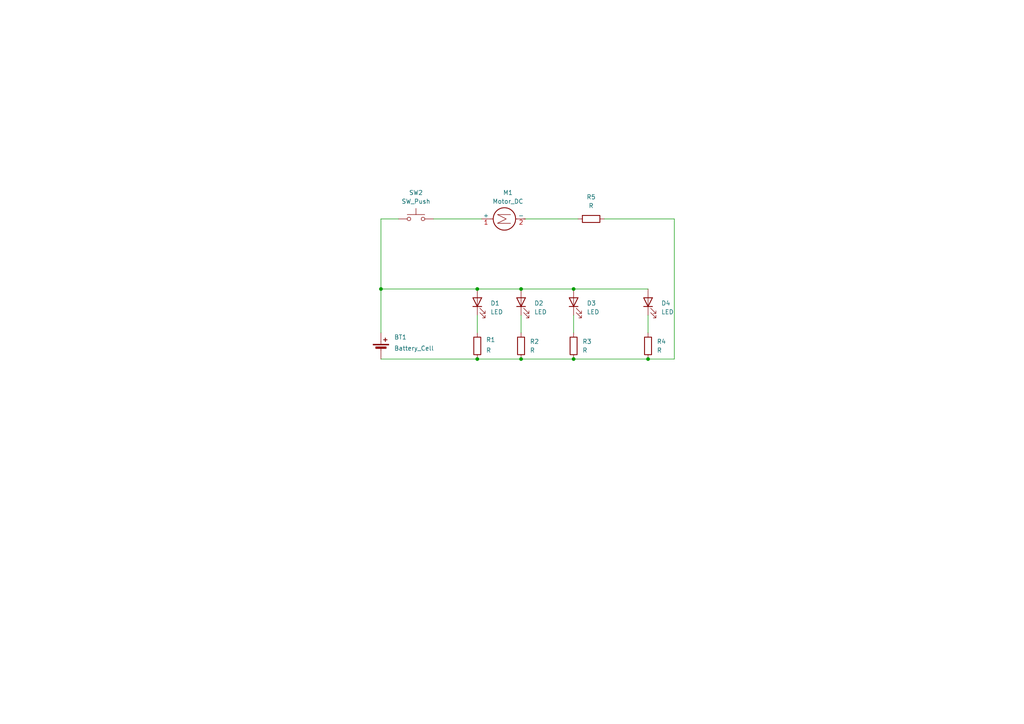
<source format=kicad_sch>
(kicad_sch
	(version 20250114)
	(generator "eeschema")
	(generator_version "9.0")
	(uuid "ab2263c6-7cbe-422c-b91d-a029e49d5b34")
	(paper "A4")
	(lib_symbols
		(symbol "Device:Battery_Cell"
			(pin_numbers
				(hide yes)
			)
			(pin_names
				(offset 0)
				(hide yes)
			)
			(exclude_from_sim no)
			(in_bom yes)
			(on_board yes)
			(property "Reference" "BT"
				(at 2.54 2.54 0)
				(effects
					(font
						(size 1.27 1.27)
					)
					(justify left)
				)
			)
			(property "Value" "Battery_Cell"
				(at 2.54 0 0)
				(effects
					(font
						(size 1.27 1.27)
					)
					(justify left)
				)
			)
			(property "Footprint" ""
				(at 0 1.524 90)
				(effects
					(font
						(size 1.27 1.27)
					)
					(hide yes)
				)
			)
			(property "Datasheet" "~"
				(at 0 1.524 90)
				(effects
					(font
						(size 1.27 1.27)
					)
					(hide yes)
				)
			)
			(property "Description" "Single-cell battery"
				(at 0 0 0)
				(effects
					(font
						(size 1.27 1.27)
					)
					(hide yes)
				)
			)
			(property "ki_keywords" "battery cell"
				(at 0 0 0)
				(effects
					(font
						(size 1.27 1.27)
					)
					(hide yes)
				)
			)
			(symbol "Battery_Cell_0_1"
				(rectangle
					(start -2.286 1.778)
					(end 2.286 1.524)
					(stroke
						(width 0)
						(type default)
					)
					(fill
						(type outline)
					)
				)
				(rectangle
					(start -1.524 1.016)
					(end 1.524 0.508)
					(stroke
						(width 0)
						(type default)
					)
					(fill
						(type outline)
					)
				)
				(polyline
					(pts
						(xy 0 1.778) (xy 0 2.54)
					)
					(stroke
						(width 0)
						(type default)
					)
					(fill
						(type none)
					)
				)
				(polyline
					(pts
						(xy 0 0.762) (xy 0 0)
					)
					(stroke
						(width 0)
						(type default)
					)
					(fill
						(type none)
					)
				)
				(polyline
					(pts
						(xy 0.762 3.048) (xy 1.778 3.048)
					)
					(stroke
						(width 0.254)
						(type default)
					)
					(fill
						(type none)
					)
				)
				(polyline
					(pts
						(xy 1.27 3.556) (xy 1.27 2.54)
					)
					(stroke
						(width 0.254)
						(type default)
					)
					(fill
						(type none)
					)
				)
			)
			(symbol "Battery_Cell_1_1"
				(pin passive line
					(at 0 5.08 270)
					(length 2.54)
					(name "+"
						(effects
							(font
								(size 1.27 1.27)
							)
						)
					)
					(number "1"
						(effects
							(font
								(size 1.27 1.27)
							)
						)
					)
				)
				(pin passive line
					(at 0 -2.54 90)
					(length 2.54)
					(name "-"
						(effects
							(font
								(size 1.27 1.27)
							)
						)
					)
					(number "2"
						(effects
							(font
								(size 1.27 1.27)
							)
						)
					)
				)
			)
			(embedded_fonts no)
		)
		(symbol "Device:LED"
			(pin_numbers
				(hide yes)
			)
			(pin_names
				(offset 1.016)
				(hide yes)
			)
			(exclude_from_sim no)
			(in_bom yes)
			(on_board yes)
			(property "Reference" "D"
				(at 0 2.54 0)
				(effects
					(font
						(size 1.27 1.27)
					)
				)
			)
			(property "Value" "LED"
				(at 0 -2.54 0)
				(effects
					(font
						(size 1.27 1.27)
					)
				)
			)
			(property "Footprint" ""
				(at 0 0 0)
				(effects
					(font
						(size 1.27 1.27)
					)
					(hide yes)
				)
			)
			(property "Datasheet" "~"
				(at 0 0 0)
				(effects
					(font
						(size 1.27 1.27)
					)
					(hide yes)
				)
			)
			(property "Description" "Light emitting diode"
				(at 0 0 0)
				(effects
					(font
						(size 1.27 1.27)
					)
					(hide yes)
				)
			)
			(property "Sim.Pins" "1=K 2=A"
				(at 0 0 0)
				(effects
					(font
						(size 1.27 1.27)
					)
					(hide yes)
				)
			)
			(property "ki_keywords" "LED diode"
				(at 0 0 0)
				(effects
					(font
						(size 1.27 1.27)
					)
					(hide yes)
				)
			)
			(property "ki_fp_filters" "LED* LED_SMD:* LED_THT:*"
				(at 0 0 0)
				(effects
					(font
						(size 1.27 1.27)
					)
					(hide yes)
				)
			)
			(symbol "LED_0_1"
				(polyline
					(pts
						(xy -3.048 -0.762) (xy -4.572 -2.286) (xy -3.81 -2.286) (xy -4.572 -2.286) (xy -4.572 -1.524)
					)
					(stroke
						(width 0)
						(type default)
					)
					(fill
						(type none)
					)
				)
				(polyline
					(pts
						(xy -1.778 -0.762) (xy -3.302 -2.286) (xy -2.54 -2.286) (xy -3.302 -2.286) (xy -3.302 -1.524)
					)
					(stroke
						(width 0)
						(type default)
					)
					(fill
						(type none)
					)
				)
				(polyline
					(pts
						(xy -1.27 0) (xy 1.27 0)
					)
					(stroke
						(width 0)
						(type default)
					)
					(fill
						(type none)
					)
				)
				(polyline
					(pts
						(xy -1.27 -1.27) (xy -1.27 1.27)
					)
					(stroke
						(width 0.254)
						(type default)
					)
					(fill
						(type none)
					)
				)
				(polyline
					(pts
						(xy 1.27 -1.27) (xy 1.27 1.27) (xy -1.27 0) (xy 1.27 -1.27)
					)
					(stroke
						(width 0.254)
						(type default)
					)
					(fill
						(type none)
					)
				)
			)
			(symbol "LED_1_1"
				(pin passive line
					(at -3.81 0 0)
					(length 2.54)
					(name "K"
						(effects
							(font
								(size 1.27 1.27)
							)
						)
					)
					(number "1"
						(effects
							(font
								(size 1.27 1.27)
							)
						)
					)
				)
				(pin passive line
					(at 3.81 0 180)
					(length 2.54)
					(name "A"
						(effects
							(font
								(size 1.27 1.27)
							)
						)
					)
					(number "2"
						(effects
							(font
								(size 1.27 1.27)
							)
						)
					)
				)
			)
			(embedded_fonts no)
		)
		(symbol "Device:R"
			(pin_numbers
				(hide yes)
			)
			(pin_names
				(offset 0)
			)
			(exclude_from_sim no)
			(in_bom yes)
			(on_board yes)
			(property "Reference" "R"
				(at 2.032 0 90)
				(effects
					(font
						(size 1.27 1.27)
					)
				)
			)
			(property "Value" "R"
				(at 0 0 90)
				(effects
					(font
						(size 1.27 1.27)
					)
				)
			)
			(property "Footprint" ""
				(at -1.778 0 90)
				(effects
					(font
						(size 1.27 1.27)
					)
					(hide yes)
				)
			)
			(property "Datasheet" "~"
				(at 0 0 0)
				(effects
					(font
						(size 1.27 1.27)
					)
					(hide yes)
				)
			)
			(property "Description" "Resistor"
				(at 0 0 0)
				(effects
					(font
						(size 1.27 1.27)
					)
					(hide yes)
				)
			)
			(property "ki_keywords" "R res resistor"
				(at 0 0 0)
				(effects
					(font
						(size 1.27 1.27)
					)
					(hide yes)
				)
			)
			(property "ki_fp_filters" "R_*"
				(at 0 0 0)
				(effects
					(font
						(size 1.27 1.27)
					)
					(hide yes)
				)
			)
			(symbol "R_0_1"
				(rectangle
					(start -1.016 -2.54)
					(end 1.016 2.54)
					(stroke
						(width 0.254)
						(type default)
					)
					(fill
						(type none)
					)
				)
			)
			(symbol "R_1_1"
				(pin passive line
					(at 0 3.81 270)
					(length 1.27)
					(name "~"
						(effects
							(font
								(size 1.27 1.27)
							)
						)
					)
					(number "1"
						(effects
							(font
								(size 1.27 1.27)
							)
						)
					)
				)
				(pin passive line
					(at 0 -3.81 90)
					(length 1.27)
					(name "~"
						(effects
							(font
								(size 1.27 1.27)
							)
						)
					)
					(number "2"
						(effects
							(font
								(size 1.27 1.27)
							)
						)
					)
				)
			)
			(embedded_fonts no)
		)
		(symbol "Motor:Motor_DC"
			(pin_names
				(offset 0)
			)
			(exclude_from_sim no)
			(in_bom yes)
			(on_board yes)
			(property "Reference" "M"
				(at 2.54 2.54 0)
				(effects
					(font
						(size 1.27 1.27)
					)
					(justify left)
				)
			)
			(property "Value" "Motor_DC"
				(at 2.54 -5.08 0)
				(effects
					(font
						(size 1.27 1.27)
					)
					(justify left top)
				)
			)
			(property "Footprint" ""
				(at 0 -2.286 0)
				(effects
					(font
						(size 1.27 1.27)
					)
					(hide yes)
				)
			)
			(property "Datasheet" "~"
				(at 0 -2.286 0)
				(effects
					(font
						(size 1.27 1.27)
					)
					(hide yes)
				)
			)
			(property "Description" "DC Motor"
				(at 0 0 0)
				(effects
					(font
						(size 1.27 1.27)
					)
					(hide yes)
				)
			)
			(property "ki_keywords" "DC Motor"
				(at 0 0 0)
				(effects
					(font
						(size 1.27 1.27)
					)
					(hide yes)
				)
			)
			(property "ki_fp_filters" "PinHeader*P2.54mm* TerminalBlock*"
				(at 0 0 0)
				(effects
					(font
						(size 1.27 1.27)
					)
					(hide yes)
				)
			)
			(symbol "Motor_DC_0_0"
				(polyline
					(pts
						(xy -1.27 -3.302) (xy -1.27 0.508) (xy 0 -2.032) (xy 1.27 0.508) (xy 1.27 -3.302)
					)
					(stroke
						(width 0)
						(type default)
					)
					(fill
						(type none)
					)
				)
			)
			(symbol "Motor_DC_0_1"
				(polyline
					(pts
						(xy 0 2.032) (xy 0 2.54)
					)
					(stroke
						(width 0)
						(type default)
					)
					(fill
						(type none)
					)
				)
				(polyline
					(pts
						(xy 0 1.7272) (xy 0 2.0828)
					)
					(stroke
						(width 0)
						(type default)
					)
					(fill
						(type none)
					)
				)
				(circle
					(center 0 -1.524)
					(radius 3.2512)
					(stroke
						(width 0.254)
						(type default)
					)
					(fill
						(type none)
					)
				)
				(polyline
					(pts
						(xy 0 -4.7752) (xy 0 -5.1816)
					)
					(stroke
						(width 0)
						(type default)
					)
					(fill
						(type none)
					)
				)
				(polyline
					(pts
						(xy 0 -7.62) (xy 0 -7.112)
					)
					(stroke
						(width 0)
						(type default)
					)
					(fill
						(type none)
					)
				)
			)
			(symbol "Motor_DC_1_1"
				(pin passive line
					(at 0 5.08 270)
					(length 2.54)
					(name "+"
						(effects
							(font
								(size 1.27 1.27)
							)
						)
					)
					(number "1"
						(effects
							(font
								(size 1.27 1.27)
							)
						)
					)
				)
				(pin passive line
					(at 0 -7.62 90)
					(length 2.54)
					(name "-"
						(effects
							(font
								(size 1.27 1.27)
							)
						)
					)
					(number "2"
						(effects
							(font
								(size 1.27 1.27)
							)
						)
					)
				)
			)
			(embedded_fonts no)
		)
		(symbol "Switch:SW_Push"
			(pin_numbers
				(hide yes)
			)
			(pin_names
				(offset 1.016)
				(hide yes)
			)
			(exclude_from_sim no)
			(in_bom yes)
			(on_board yes)
			(property "Reference" "SW"
				(at 1.27 2.54 0)
				(effects
					(font
						(size 1.27 1.27)
					)
					(justify left)
				)
			)
			(property "Value" "SW_Push"
				(at 0 -1.524 0)
				(effects
					(font
						(size 1.27 1.27)
					)
				)
			)
			(property "Footprint" ""
				(at 0 5.08 0)
				(effects
					(font
						(size 1.27 1.27)
					)
					(hide yes)
				)
			)
			(property "Datasheet" "~"
				(at 0 5.08 0)
				(effects
					(font
						(size 1.27 1.27)
					)
					(hide yes)
				)
			)
			(property "Description" "Push button switch, generic, two pins"
				(at 0 0 0)
				(effects
					(font
						(size 1.27 1.27)
					)
					(hide yes)
				)
			)
			(property "ki_keywords" "switch normally-open pushbutton push-button"
				(at 0 0 0)
				(effects
					(font
						(size 1.27 1.27)
					)
					(hide yes)
				)
			)
			(symbol "SW_Push_0_1"
				(circle
					(center -2.032 0)
					(radius 0.508)
					(stroke
						(width 0)
						(type default)
					)
					(fill
						(type none)
					)
				)
				(polyline
					(pts
						(xy 0 1.27) (xy 0 3.048)
					)
					(stroke
						(width 0)
						(type default)
					)
					(fill
						(type none)
					)
				)
				(circle
					(center 2.032 0)
					(radius 0.508)
					(stroke
						(width 0)
						(type default)
					)
					(fill
						(type none)
					)
				)
				(polyline
					(pts
						(xy 2.54 1.27) (xy -2.54 1.27)
					)
					(stroke
						(width 0)
						(type default)
					)
					(fill
						(type none)
					)
				)
				(pin passive line
					(at -5.08 0 0)
					(length 2.54)
					(name "1"
						(effects
							(font
								(size 1.27 1.27)
							)
						)
					)
					(number "1"
						(effects
							(font
								(size 1.27 1.27)
							)
						)
					)
				)
				(pin passive line
					(at 5.08 0 180)
					(length 2.54)
					(name "2"
						(effects
							(font
								(size 1.27 1.27)
							)
						)
					)
					(number "2"
						(effects
							(font
								(size 1.27 1.27)
							)
						)
					)
				)
			)
			(embedded_fonts no)
		)
	)
	(junction
		(at 138.43 83.82)
		(diameter 0)
		(color 0 0 0 0)
		(uuid "06e72444-bd60-4700-88e5-da9e29ef8654")
	)
	(junction
		(at 138.43 104.14)
		(diameter 0)
		(color 0 0 0 0)
		(uuid "0761abf0-2a76-4530-949b-546cc9a7b41f")
	)
	(junction
		(at 187.96 104.14)
		(diameter 0)
		(color 0 0 0 0)
		(uuid "4a83426a-d793-47bb-a34f-107860188aef")
	)
	(junction
		(at 151.13 104.14)
		(diameter 0)
		(color 0 0 0 0)
		(uuid "63e20cf3-fa43-4c33-93ff-3e8dc055f0f6")
	)
	(junction
		(at 166.37 104.14)
		(diameter 0)
		(color 0 0 0 0)
		(uuid "95b8b8e1-1c5a-4b96-a6eb-b18001c537ab")
	)
	(junction
		(at 110.49 83.82)
		(diameter 0)
		(color 0 0 0 0)
		(uuid "bb3e722f-84e8-4411-8bf1-7018883bab96")
	)
	(junction
		(at 166.37 83.82)
		(diameter 0)
		(color 0 0 0 0)
		(uuid "eb89819a-4d7f-4b99-aa34-21d020dff0ad")
	)
	(junction
		(at 151.13 83.82)
		(diameter 0)
		(color 0 0 0 0)
		(uuid "f6125ce2-6146-4640-8774-4909da413737")
	)
	(wire
		(pts
			(xy 152.4 63.5) (xy 167.64 63.5)
		)
		(stroke
			(width 0)
			(type default)
		)
		(uuid "0c17016c-5ea7-4273-87b4-5846c3682dab")
	)
	(wire
		(pts
			(xy 151.13 91.44) (xy 151.13 96.52)
		)
		(stroke
			(width 0)
			(type default)
		)
		(uuid "0c23a994-0c70-48a8-a8a9-21bb1e9043fe")
	)
	(wire
		(pts
			(xy 138.43 91.44) (xy 138.43 96.52)
		)
		(stroke
			(width 0)
			(type default)
		)
		(uuid "0e70106f-0ca7-45b8-a931-013b62318be6")
	)
	(wire
		(pts
			(xy 138.43 104.14) (xy 151.13 104.14)
		)
		(stroke
			(width 0)
			(type default)
		)
		(uuid "1605e731-3dbc-4ca8-8143-22599e1850d5")
	)
	(wire
		(pts
			(xy 195.58 63.5) (xy 195.58 104.14)
		)
		(stroke
			(width 0)
			(type default)
		)
		(uuid "17da994f-cd08-4b3b-b564-934b3f1f86a9")
	)
	(wire
		(pts
			(xy 110.49 83.82) (xy 138.43 83.82)
		)
		(stroke
			(width 0)
			(type default)
		)
		(uuid "17f055d2-ea8b-4f39-b66f-46b495f5cbba")
	)
	(wire
		(pts
			(xy 175.26 63.5) (xy 195.58 63.5)
		)
		(stroke
			(width 0)
			(type default)
		)
		(uuid "24f4e45a-3038-4315-8f51-6ded42a89806")
	)
	(wire
		(pts
			(xy 151.13 104.14) (xy 166.37 104.14)
		)
		(stroke
			(width 0)
			(type default)
		)
		(uuid "48d7f6b4-7f78-48e0-b3a3-6d357d3ba242")
	)
	(wire
		(pts
			(xy 110.49 83.82) (xy 110.49 96.52)
		)
		(stroke
			(width 0)
			(type default)
		)
		(uuid "56cacda0-3021-460b-a4a8-aba7c4160b28")
	)
	(wire
		(pts
			(xy 110.49 63.5) (xy 115.57 63.5)
		)
		(stroke
			(width 0)
			(type default)
		)
		(uuid "5fc07c8d-e360-48e3-92da-b2314beef238")
	)
	(wire
		(pts
			(xy 110.49 63.5) (xy 110.49 83.82)
		)
		(stroke
			(width 0)
			(type default)
		)
		(uuid "60f38c37-3b82-478e-b2f1-e0ae077fb540")
	)
	(wire
		(pts
			(xy 138.43 83.82) (xy 151.13 83.82)
		)
		(stroke
			(width 0)
			(type default)
		)
		(uuid "64b04567-303f-4d7b-8bdc-38d22195eed2")
	)
	(wire
		(pts
			(xy 110.49 104.14) (xy 138.43 104.14)
		)
		(stroke
			(width 0)
			(type default)
		)
		(uuid "70e047e6-4f87-4211-91bc-bc502b546aa6")
	)
	(wire
		(pts
			(xy 187.96 91.44) (xy 187.96 96.52)
		)
		(stroke
			(width 0)
			(type default)
		)
		(uuid "867b97c2-9f72-45d9-bc3c-7f8f83d9b2b5")
	)
	(wire
		(pts
			(xy 151.13 83.82) (xy 166.37 83.82)
		)
		(stroke
			(width 0)
			(type default)
		)
		(uuid "c77e9208-6f98-4bb5-925d-59efb704e84e")
	)
	(wire
		(pts
			(xy 166.37 104.14) (xy 187.96 104.14)
		)
		(stroke
			(width 0)
			(type default)
		)
		(uuid "d5150581-3ddf-4509-ad61-85ddb9e4cd4e")
	)
	(wire
		(pts
			(xy 166.37 91.44) (xy 166.37 96.52)
		)
		(stroke
			(width 0)
			(type default)
		)
		(uuid "dd1d41cf-8fe8-49c5-941d-32051db0d86e")
	)
	(wire
		(pts
			(xy 166.37 83.82) (xy 187.96 83.82)
		)
		(stroke
			(width 0)
			(type default)
		)
		(uuid "f6bd3e96-c503-42e4-9fdd-e478dbe9dfa3")
	)
	(wire
		(pts
			(xy 187.96 104.14) (xy 195.58 104.14)
		)
		(stroke
			(width 0)
			(type default)
		)
		(uuid "fddd8037-1d45-4c1a-a4c2-5527fdcfe002")
	)
	(wire
		(pts
			(xy 125.73 63.5) (xy 139.7 63.5)
		)
		(stroke
			(width 0)
			(type default)
		)
		(uuid "ff142ec6-0d8b-4d3d-bad5-f0b8dbb1a0f2")
	)
	(symbol
		(lib_id "Device:LED")
		(at 138.43 87.63 90)
		(unit 1)
		(exclude_from_sim no)
		(in_bom yes)
		(on_board yes)
		(dnp no)
		(fields_autoplaced yes)
		(uuid "25c8e6e3-f860-497c-ae71-27c4ee86b653")
		(property "Reference" "D1"
			(at 142.24 87.9474 90)
			(effects
				(font
					(size 1.27 1.27)
				)
				(justify right)
			)
		)
		(property "Value" "LED"
			(at 142.24 90.4874 90)
			(effects
				(font
					(size 1.27 1.27)
				)
				(justify right)
			)
		)
		(property "Footprint" "LED_THT:LED_D5.0mm"
			(at 138.43 87.63 0)
			(effects
				(font
					(size 1.27 1.27)
				)
				(hide yes)
			)
		)
		(property "Datasheet" "~"
			(at 138.43 87.63 0)
			(effects
				(font
					(size 1.27 1.27)
				)
				(hide yes)
			)
		)
		(property "Description" "Light emitting diode"
			(at 138.43 87.63 0)
			(effects
				(font
					(size 1.27 1.27)
				)
				(hide yes)
			)
		)
		(property "Sim.Pins" "1=K 2=A"
			(at 138.43 87.63 0)
			(effects
				(font
					(size 1.27 1.27)
				)
				(hide yes)
			)
		)
		(pin "2"
			(uuid "5349f4d6-12a1-4c41-b3a6-46dccaf03544")
		)
		(pin "1"
			(uuid "f715ac14-0a3a-4bee-b124-3616c5a2adb1")
		)
		(instances
			(project ""
				(path "/ab2263c6-7cbe-422c-b91d-a029e49d5b34"
					(reference "D1")
					(unit 1)
				)
			)
		)
	)
	(symbol
		(lib_id "Motor:Motor_DC")
		(at 144.78 63.5 90)
		(unit 1)
		(exclude_from_sim no)
		(in_bom yes)
		(on_board yes)
		(dnp no)
		(fields_autoplaced yes)
		(uuid "2dc59710-72d3-48bc-87c8-f51ff03a9cff")
		(property "Reference" "M1"
			(at 147.32 55.88 90)
			(effects
				(font
					(size 1.27 1.27)
				)
			)
		)
		(property "Value" "Motor_DC"
			(at 147.32 58.42 90)
			(effects
				(font
					(size 1.27 1.27)
				)
			)
		)
		(property "Footprint" "Connector_PinHeader_2.54mm:PinHeader_1x02_P2.54mm_Vertical"
			(at 147.066 63.5 0)
			(effects
				(font
					(size 1.27 1.27)
				)
				(hide yes)
			)
		)
		(property "Datasheet" "~"
			(at 147.066 63.5 0)
			(effects
				(font
					(size 1.27 1.27)
				)
				(hide yes)
			)
		)
		(property "Description" "DC Motor"
			(at 144.78 63.5 0)
			(effects
				(font
					(size 1.27 1.27)
				)
				(hide yes)
			)
		)
		(pin "2"
			(uuid "e902a9aa-7580-4faa-84ef-6ef3a59dc947")
		)
		(pin "1"
			(uuid "6d86f6d4-205a-4e84-a2ba-fd5ad1491780")
		)
		(instances
			(project ""
				(path "/ab2263c6-7cbe-422c-b91d-a029e49d5b34"
					(reference "M1")
					(unit 1)
				)
			)
		)
	)
	(symbol
		(lib_id "Device:LED")
		(at 166.37 87.63 90)
		(unit 1)
		(exclude_from_sim no)
		(in_bom yes)
		(on_board yes)
		(dnp no)
		(fields_autoplaced yes)
		(uuid "329de4ea-c86e-44d8-a41a-abb318e3fd4f")
		(property "Reference" "D3"
			(at 170.18 87.9474 90)
			(effects
				(font
					(size 1.27 1.27)
				)
				(justify right)
			)
		)
		(property "Value" "LED"
			(at 170.18 90.4874 90)
			(effects
				(font
					(size 1.27 1.27)
				)
				(justify right)
			)
		)
		(property "Footprint" "LED_THT:LED_D5.0mm"
			(at 166.37 87.63 0)
			(effects
				(font
					(size 1.27 1.27)
				)
				(hide yes)
			)
		)
		(property "Datasheet" "~"
			(at 166.37 87.63 0)
			(effects
				(font
					(size 1.27 1.27)
				)
				(hide yes)
			)
		)
		(property "Description" "Light emitting diode"
			(at 166.37 87.63 0)
			(effects
				(font
					(size 1.27 1.27)
				)
				(hide yes)
			)
		)
		(property "Sim.Pins" "1=K 2=A"
			(at 166.37 87.63 0)
			(effects
				(font
					(size 1.27 1.27)
				)
				(hide yes)
			)
		)
		(pin "2"
			(uuid "c86b82df-e2da-4c5f-81cb-7ce117f7ce95")
		)
		(pin "1"
			(uuid "256c003f-f404-4775-9add-23be70fb59ed")
		)
		(instances
			(project ""
				(path "/ab2263c6-7cbe-422c-b91d-a029e49d5b34"
					(reference "D3")
					(unit 1)
				)
			)
		)
	)
	(symbol
		(lib_id "Device:R")
		(at 166.37 100.33 0)
		(unit 1)
		(exclude_from_sim no)
		(in_bom yes)
		(on_board yes)
		(dnp no)
		(fields_autoplaced yes)
		(uuid "6d10fd46-bb8c-4e39-a743-42ed113eb5bc")
		(property "Reference" "R3"
			(at 168.91 99.0599 0)
			(effects
				(font
					(size 1.27 1.27)
				)
				(justify left)
			)
		)
		(property "Value" "R"
			(at 168.91 101.5999 0)
			(effects
				(font
					(size 1.27 1.27)
				)
				(justify left)
			)
		)
		(property "Footprint" "Resistor_THT:R_Axial_DIN0207_L6.3mm_D2.5mm_P7.62mm_Horizontal"
			(at 164.592 100.33 90)
			(effects
				(font
					(size 1.27 1.27)
				)
				(hide yes)
			)
		)
		(property "Datasheet" "~"
			(at 166.37 100.33 0)
			(effects
				(font
					(size 1.27 1.27)
				)
				(hide yes)
			)
		)
		(property "Description" "Resistor"
			(at 166.37 100.33 0)
			(effects
				(font
					(size 1.27 1.27)
				)
				(hide yes)
			)
		)
		(pin "2"
			(uuid "6385c041-0448-4274-bfe1-2fd43cf9380f")
		)
		(pin "1"
			(uuid "6bb91326-f1dc-452b-941a-8f923aef90b3")
		)
		(instances
			(project ""
				(path "/ab2263c6-7cbe-422c-b91d-a029e49d5b34"
					(reference "R3")
					(unit 1)
				)
			)
		)
	)
	(symbol
		(lib_id "Device:R")
		(at 187.96 100.33 0)
		(unit 1)
		(exclude_from_sim no)
		(in_bom yes)
		(on_board yes)
		(dnp no)
		(fields_autoplaced yes)
		(uuid "93833f6f-5be0-48b5-82ca-e3879f798824")
		(property "Reference" "R4"
			(at 190.5 99.0599 0)
			(effects
				(font
					(size 1.27 1.27)
				)
				(justify left)
			)
		)
		(property "Value" "R"
			(at 190.5 101.5999 0)
			(effects
				(font
					(size 1.27 1.27)
				)
				(justify left)
			)
		)
		(property "Footprint" "Resistor_THT:R_Axial_DIN0207_L6.3mm_D2.5mm_P7.62mm_Horizontal"
			(at 186.182 100.33 90)
			(effects
				(font
					(size 1.27 1.27)
				)
				(hide yes)
			)
		)
		(property "Datasheet" "~"
			(at 187.96 100.33 0)
			(effects
				(font
					(size 1.27 1.27)
				)
				(hide yes)
			)
		)
		(property "Description" "Resistor"
			(at 187.96 100.33 0)
			(effects
				(font
					(size 1.27 1.27)
				)
				(hide yes)
			)
		)
		(pin "1"
			(uuid "0af2814e-8ffa-4330-90f4-d68d559118ad")
		)
		(pin "2"
			(uuid "8c51f691-b425-46c7-869a-e9c35c591f30")
		)
		(instances
			(project ""
				(path "/ab2263c6-7cbe-422c-b91d-a029e49d5b34"
					(reference "R4")
					(unit 1)
				)
			)
		)
	)
	(symbol
		(lib_id "Device:LED")
		(at 151.13 87.63 90)
		(unit 1)
		(exclude_from_sim no)
		(in_bom yes)
		(on_board yes)
		(dnp no)
		(uuid "a9a931ad-c8e8-4b46-818e-a89934a71e91")
		(property "Reference" "D2"
			(at 154.94 87.9474 90)
			(effects
				(font
					(size 1.27 1.27)
				)
				(justify right)
			)
		)
		(property "Value" "LED"
			(at 154.94 90.4874 90)
			(effects
				(font
					(size 1.27 1.27)
				)
				(justify right)
			)
		)
		(property "Footprint" "LED_THT:LED_D5.0mm"
			(at 151.13 87.63 0)
			(effects
				(font
					(size 1.27 1.27)
				)
				(hide yes)
			)
		)
		(property "Datasheet" "~"
			(at 151.13 87.63 0)
			(effects
				(font
					(size 1.27 1.27)
				)
				(hide yes)
			)
		)
		(property "Description" "Light emitting diode"
			(at 151.13 87.63 0)
			(effects
				(font
					(size 1.27 1.27)
				)
				(hide yes)
			)
		)
		(property "Sim.Pins" "1=K 2=A"
			(at 151.13 87.63 0)
			(effects
				(font
					(size 1.27 1.27)
				)
				(hide yes)
			)
		)
		(pin "1"
			(uuid "bd85f937-fd99-4048-aba9-10ffaaef978e")
		)
		(pin "2"
			(uuid "370fac74-ed36-466a-948f-a7c3fcf08995")
		)
		(instances
			(project ""
				(path "/ab2263c6-7cbe-422c-b91d-a029e49d5b34"
					(reference "D2")
					(unit 1)
				)
			)
		)
	)
	(symbol
		(lib_id "Device:Battery_Cell")
		(at 110.49 101.6 0)
		(unit 1)
		(exclude_from_sim no)
		(in_bom yes)
		(on_board yes)
		(dnp no)
		(uuid "ac551970-72df-401f-a503-181c8089f840")
		(property "Reference" "BT1"
			(at 114.3 97.79 0)
			(effects
				(font
					(size 1.27 1.27)
				)
				(justify left)
			)
		)
		(property "Value" "Battery_Cell"
			(at 114.3 101.0284 0)
			(effects
				(font
					(size 1.27 1.27)
				)
				(justify left)
			)
		)
		(property "Footprint" "Battery:BatteryHolder_MPD_BC2003_1x2032"
			(at 110.49 100.076 90)
			(effects
				(font
					(size 1.27 1.27)
				)
				(hide yes)
			)
		)
		(property "Datasheet" "~"
			(at 110.49 100.076 90)
			(effects
				(font
					(size 1.27 1.27)
				)
				(hide yes)
			)
		)
		(property "Description" "Single-cell battery"
			(at 110.49 101.6 0)
			(effects
				(font
					(size 1.27 1.27)
				)
				(hide yes)
			)
		)
		(pin "1"
			(uuid "5b98c75e-1ea6-4fa4-b030-973b5341c0a0")
		)
		(pin "2"
			(uuid "f9df6ebb-112f-4ba5-b411-4a8c1ab909c0")
		)
		(instances
			(project ""
				(path "/ab2263c6-7cbe-422c-b91d-a029e49d5b34"
					(reference "BT1")
					(unit 1)
				)
			)
		)
	)
	(symbol
		(lib_id "Device:R")
		(at 138.43 100.33 180)
		(unit 1)
		(exclude_from_sim no)
		(in_bom yes)
		(on_board yes)
		(dnp no)
		(uuid "b5b661b3-ace5-45d6-aa8b-5abe36bfcce1")
		(property "Reference" "R1"
			(at 140.97 98.552 0)
			(effects
				(font
					(size 1.27 1.27)
				)
				(justify right)
			)
		)
		(property "Value" "R"
			(at 140.97 101.5999 0)
			(effects
				(font
					(size 1.27 1.27)
				)
				(justify right)
			)
		)
		(property "Footprint" "Resistor_THT:R_Axial_DIN0207_L6.3mm_D2.5mm_P7.62mm_Horizontal"
			(at 140.208 100.33 90)
			(effects
				(font
					(size 1.27 1.27)
				)
				(hide yes)
			)
		)
		(property "Datasheet" "~"
			(at 138.43 100.33 0)
			(effects
				(font
					(size 1.27 1.27)
				)
				(hide yes)
			)
		)
		(property "Description" "Resistor"
			(at 138.43 100.33 0)
			(effects
				(font
					(size 1.27 1.27)
				)
				(hide yes)
			)
		)
		(pin "2"
			(uuid "59f498f7-6589-4856-a852-a52712371761")
		)
		(pin "1"
			(uuid "ed4b565f-a50a-411f-bd85-c708ecff5b09")
		)
		(instances
			(project ""
				(path "/ab2263c6-7cbe-422c-b91d-a029e49d5b34"
					(reference "R1")
					(unit 1)
				)
			)
		)
	)
	(symbol
		(lib_id "Device:LED")
		(at 187.96 87.63 90)
		(unit 1)
		(exclude_from_sim no)
		(in_bom yes)
		(on_board yes)
		(dnp no)
		(fields_autoplaced yes)
		(uuid "c77cc31f-17b9-4a7f-8f0d-02d3ad2acba5")
		(property "Reference" "D4"
			(at 191.77 87.9474 90)
			(effects
				(font
					(size 1.27 1.27)
				)
				(justify right)
			)
		)
		(property "Value" "LED"
			(at 191.77 90.4874 90)
			(effects
				(font
					(size 1.27 1.27)
				)
				(justify right)
			)
		)
		(property "Footprint" "LED_THT:LED_D5.0mm"
			(at 187.96 87.63 0)
			(effects
				(font
					(size 1.27 1.27)
				)
				(hide yes)
			)
		)
		(property "Datasheet" "~"
			(at 187.96 87.63 0)
			(effects
				(font
					(size 1.27 1.27)
				)
				(hide yes)
			)
		)
		(property "Description" "Light emitting diode"
			(at 187.96 87.63 0)
			(effects
				(font
					(size 1.27 1.27)
				)
				(hide yes)
			)
		)
		(property "Sim.Pins" "1=K 2=A"
			(at 187.96 87.63 0)
			(effects
				(font
					(size 1.27 1.27)
				)
				(hide yes)
			)
		)
		(pin "1"
			(uuid "3762709c-9642-4b5b-89b9-78f400f82faf")
		)
		(pin "2"
			(uuid "3cea8d20-eb2e-4b54-890f-27d1e50d34fc")
		)
		(instances
			(project ""
				(path "/ab2263c6-7cbe-422c-b91d-a029e49d5b34"
					(reference "D4")
					(unit 1)
				)
			)
		)
	)
	(symbol
		(lib_id "Device:R")
		(at 171.45 63.5 90)
		(unit 1)
		(exclude_from_sim no)
		(in_bom yes)
		(on_board yes)
		(dnp no)
		(fields_autoplaced yes)
		(uuid "ce114cc4-5a36-4974-9e7d-72124f5bc87b")
		(property "Reference" "R5"
			(at 171.45 57.15 90)
			(effects
				(font
					(size 1.27 1.27)
				)
			)
		)
		(property "Value" "R"
			(at 171.45 59.69 90)
			(effects
				(font
					(size 1.27 1.27)
				)
			)
		)
		(property "Footprint" "Resistor_THT:R_Axial_DIN0207_L6.3mm_D2.5mm_P7.62mm_Horizontal"
			(at 171.45 65.278 90)
			(effects
				(font
					(size 1.27 1.27)
				)
				(hide yes)
			)
		)
		(property "Datasheet" "~"
			(at 171.45 63.5 0)
			(effects
				(font
					(size 1.27 1.27)
				)
				(hide yes)
			)
		)
		(property "Description" "Resistor"
			(at 171.45 63.5 0)
			(effects
				(font
					(size 1.27 1.27)
				)
				(hide yes)
			)
		)
		(pin "2"
			(uuid "0f6835a0-8e15-441a-ac94-2bea41f52c19")
		)
		(pin "1"
			(uuid "50b1f7ff-d275-42e6-aff7-cbf7ebffd0e7")
		)
		(instances
			(project ""
				(path "/ab2263c6-7cbe-422c-b91d-a029e49d5b34"
					(reference "R5")
					(unit 1)
				)
			)
		)
	)
	(symbol
		(lib_id "Device:R")
		(at 151.13 100.33 180)
		(unit 1)
		(exclude_from_sim no)
		(in_bom yes)
		(on_board yes)
		(dnp no)
		(fields_autoplaced yes)
		(uuid "d2aedf85-ae1f-4e6a-b202-a434c744cf65")
		(property "Reference" "R2"
			(at 153.67 99.0599 0)
			(effects
				(font
					(size 1.27 1.27)
				)
				(justify right)
			)
		)
		(property "Value" "R"
			(at 153.67 101.5999 0)
			(effects
				(font
					(size 1.27 1.27)
				)
				(justify right)
			)
		)
		(property "Footprint" "Resistor_THT:R_Axial_DIN0207_L6.3mm_D2.5mm_P7.62mm_Horizontal"
			(at 152.908 100.33 90)
			(effects
				(font
					(size 1.27 1.27)
				)
				(hide yes)
			)
		)
		(property "Datasheet" "~"
			(at 151.13 100.33 0)
			(effects
				(font
					(size 1.27 1.27)
				)
				(hide yes)
			)
		)
		(property "Description" "Resistor"
			(at 151.13 100.33 0)
			(effects
				(font
					(size 1.27 1.27)
				)
				(hide yes)
			)
		)
		(pin "1"
			(uuid "077e4c9a-4e78-4a72-9a07-ba664e45fbb6")
		)
		(pin "2"
			(uuid "898ef147-4781-47f4-9b2a-9fa7803800cd")
		)
		(instances
			(project ""
				(path "/ab2263c6-7cbe-422c-b91d-a029e49d5b34"
					(reference "R2")
					(unit 1)
				)
			)
		)
	)
	(symbol
		(lib_id "Switch:SW_Push")
		(at 120.65 63.5 0)
		(unit 1)
		(exclude_from_sim no)
		(in_bom yes)
		(on_board yes)
		(dnp no)
		(fields_autoplaced yes)
		(uuid "efdc6ca7-9323-45e1-8210-d6bc5ca1cf82")
		(property "Reference" "SW2"
			(at 120.65 55.88 0)
			(effects
				(font
					(size 1.27 1.27)
				)
			)
		)
		(property "Value" "SW_Push"
			(at 120.65 58.42 0)
			(effects
				(font
					(size 1.27 1.27)
				)
			)
		)
		(property "Footprint" "Button_Switch_THT:SW_PUSH_6mm"
			(at 120.65 58.42 0)
			(effects
				(font
					(size 1.27 1.27)
				)
				(hide yes)
			)
		)
		(property "Datasheet" "~"
			(at 120.65 58.42 0)
			(effects
				(font
					(size 1.27 1.27)
				)
				(hide yes)
			)
		)
		(property "Description" "Push button switch, generic, two pins"
			(at 120.65 63.5 0)
			(effects
				(font
					(size 1.27 1.27)
				)
				(hide yes)
			)
		)
		(pin "1"
			(uuid "6d8769fe-9ddd-4dc5-90c5-972d6f669b4e")
		)
		(pin "2"
			(uuid "f2759b2e-593a-4285-bb69-bf0fcf97598a")
		)
		(instances
			(project ""
				(path "/ab2263c6-7cbe-422c-b91d-a029e49d5b34"
					(reference "SW2")
					(unit 1)
				)
			)
		)
	)
	(sheet_instances
		(path "/"
			(page "1")
		)
	)
	(embedded_fonts no)
)

</source>
